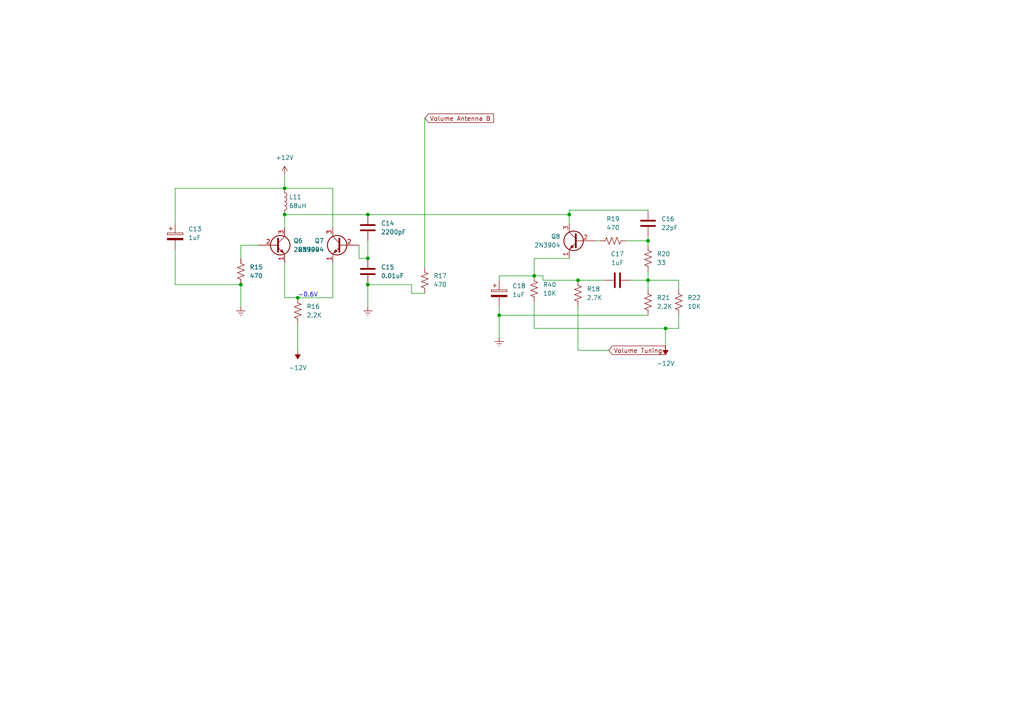
<source format=kicad_sch>
(kicad_sch (version 20230121) (generator eeschema)
  (paper "A4")
  (lib_symbols
    (symbol "Device:C" (pin_numbers hide) (pin_names (offset 0.254))
      (property "Reference" "C" (at 0.635 2.54 0))
      (property "Value" "C" (at 0.635 -2.54 0))
      (symbol "C_0_1"
        (polyline (pts (xy -2.032 -0.762) (xy 2.032 -0.762)) (stroke (width 0.508)))
        (polyline (pts (xy -2.032 0.762) (xy 2.032 0.762)) (stroke (width 0.508)))
      )
      (symbol "C_1_1"
        (pin passive line (at 0 3.81 270) (length 2.794) (name "~") (number "1"))
        (pin passive line (at 0 -3.81 90) (length 2.794) (name "~") (number "2"))
      )
    )
    (symbol "Device:C_Polarized" (pin_numbers hide) (pin_names (offset 0.254))
      (property "Reference" "C" (at 0.635 2.54 0))
      (property "Value" "C_Polarized" (at 0.635 -2.54 0))
      (symbol "C_Polarized_0_1"
        (rectangle (start -2.286 0.508) (end 2.286 1.016))
        (polyline (pts (xy -1.778 2.286) (xy -0.762 2.286)))
        (polyline (pts (xy -1.27 2.794) (xy -1.27 1.778)))
        (rectangle (start 2.286 -0.508) (end -2.286 -1.016) (fill (type outline)))
      )
      (symbol "C_Polarized_1_1"
        (pin passive line (at 0 3.81 270) (length 2.794) (name "~") (number "1"))
        (pin passive line (at 0 -3.81 90) (length 2.794) (name "~") (number "2"))
      )
    )
    (symbol "Device:L" (pin_numbers hide) (pin_names (offset 1.016) hide)
      (property "Reference" "L" (at -1.27 0 90))
      (property "Value" "L" (at 1.905 0 90))
      (symbol "L_0_1"
        (arc (start 0 -2.54) (mid 0.6323 -1.905) (end 0 -1.27))
        (arc (start 0 -1.27) (mid 0.6323 -0.635) (end 0 0))
        (arc (start 0 0) (mid 0.6323 0.635) (end 0 1.27))
        (arc (start 0 1.27) (mid 0.6323 1.905) (end 0 2.54))
      )
      (symbol "L_1_1"
        (pin passive line (at 0 3.81 270) (length 1.27) (name "1") (number "1"))
        (pin passive line (at 0 -3.81 90) (length 1.27) (name "2") (number "2"))
      )
    )
    (symbol "Device:R_US" (pin_numbers hide) (pin_names (offset 0))
      (property "Reference" "R" (at 2.54 0 90))
      (property "Value" "R_US" (at -2.54 0 90))
      (symbol "R_US_0_1"
        (polyline (pts (xy 0 -2.286) (xy 0 -2.54)))
        (polyline (pts (xy 0 2.286) (xy 0 2.54)))
        (polyline (pts (xy 0 -0.762) (xy 1.016 -1.143) (xy 0 -1.524) (xy -1.016 -1.905) (xy 0 -2.286)))
        (polyline (pts (xy 0 0.762) (xy 1.016 0.381) (xy 0 0) (xy -1.016 -0.381) (xy 0 -0.762)))
        (polyline (pts (xy 0 2.286) (xy 1.016 1.905) (xy 0 1.524) (xy -1.016 1.143) (xy 0 0.762)))
      )
      (symbol "R_US_1_1"
        (pin passive line (at 0 3.81 270) (length 1.27) (name "~") (number "1"))
        (pin passive line (at 0 -3.81 90) (length 1.27) (name "~") (number "2"))
      )
    )
    (symbol "Transistor_BJT:2N3904" (pin_names (offset 0) hide)
      (property "Reference" "Q" (at 5.08 1.905 0))
      (property "Value" "2N3904" (at 5.08 0 0))
      (symbol "2N3904_0_1"
        (polyline (pts (xy 0.635 0.635) (xy 2.54 2.54)))
        (polyline (pts (xy 0.635 -0.635) (xy 2.54 -2.54) (xy 2.54 -2.54)))
        (polyline (pts (xy 0.635 1.905) (xy 0.635 -1.905) (xy 0.635 -1.905)) (stroke (width 0.508)))
        (polyline (pts (xy 1.27 -1.778) (xy 1.778 -1.27) (xy 2.286 -2.286) (xy 1.27 -1.778) (xy 1.27 -1.778)) (fill (type outline)))
        (circle (center 1.27 0) (radius 2.8194) (stroke (width 0.254)))
      )
      (symbol "2N3904_1_1"
        (pin passive line (at 2.54 -5.08 90) (length 2.54) (name "E") (number "1"))
        (pin passive line (at -5.08 0 0) (length 5.715) (name "B") (number "2"))
        (pin passive line (at 2.54 5.08 270) (length 2.54) (name "C") (number "3"))
      )
    )
    (symbol "power:+12V" (power) (pin_names (offset 0))
      (property "Value" "+12V" (at 0 3.556 0))
      (symbol "+12V_0_1"
        (polyline (pts (xy -0.762 1.27) (xy 0 2.54)))
        (polyline (pts (xy 0 0) (xy 0 2.54)))
        (polyline (pts (xy 0 2.54) (xy 0.762 1.27)))
      )
      (symbol "+12V_1_1"
        (pin power_in line (at 0 0 90) (length 0) hide (name "+12V") (number "1"))
      )
    )
    (symbol "power:-12V" (power) (pin_names (offset 0))
      (property "Value" "-12V" (at 0 3.81 0))
      (symbol "-12V_0_0"
        (pin power_in line (at 0 0 90) (length 0) hide (name "-12V") (number "1"))
      )
      (symbol "-12V_0_1"
        (polyline (pts (xy 0 0) (xy 0 1.27) (xy 0.762 1.27) (xy 0 2.54) (xy -0.762 1.27) (xy 0 1.27)) (fill (type outline)))
      )
    )
    (symbol "power:Earth" (power) (pin_names (offset 0))
      (symbol "Earth_0_1"
        (polyline (pts (xy -0.635 -1.905) (xy 0.635 -1.905)))
        (polyline (pts (xy -0.127 -2.54) (xy 0.127 -2.54)))
        (polyline (pts (xy 0 -1.27) (xy 0 0)))
        (polyline (pts (xy 1.27 -1.27) (xy -1.27 -1.27)))
      )
      (symbol "Earth_1_1"
        (pin power_in line (at 0 0 270) (length 0) hide (name "Earth") (number "1"))
      )
    )
  )
  (junction (at 106.68 74.93))
  (junction (at 82.55 62.23))
  (junction (at 106.68 62.23))
  (junction (at 187.96 81.28))
  (junction (at 82.55 54.61))
  (junction (at 86.36 86.36))
  (junction (at 144.78 91.44))
  (junction (at 154.94 80.01))
  (junction (at 193.04 95.25))
  (junction (at 165.1 62.23))
  (junction (at 69.85 82.55))
  (junction (at 167.64 81.28))
  (junction (at 106.68 82.55))
  (junction (at 187.96 69.85))
  (wire (pts (xy 167.64 81.28) (xy 175.26 81.28)))
  (wire (pts (xy 106.68 82.55) (xy 119.38 82.55)))
  (wire (pts (xy 69.85 71.12) (xy 69.85 74.93)))
  (wire (pts (xy 165.1 62.23) (xy 165.1 64.77)))
  (wire (pts (xy 96.52 86.36) (xy 86.36 86.36)))
  (wire (pts (xy 96.52 76.2) (xy 96.52 86.36)))
  (wire (pts (xy 82.55 50.8) (xy 82.55 54.61)))
  (wire (pts (xy 165.1 60.96) (xy 165.1 62.23)))
  (wire (pts (xy 187.96 68.58) (xy 187.96 69.85)))
  (wire (pts (xy 50.8 54.61) (xy 82.55 54.61)))
  (wire (pts (xy 144.78 88.9) (xy 144.78 91.44)))
  (wire (pts (xy 106.68 62.23) (xy 165.1 62.23)))
  (wire (pts (xy 154.94 95.25) (xy 193.04 95.25)))
  (wire (pts (xy 86.36 93.98) (xy 86.36 101.6)))
  (wire (pts (xy 82.55 62.23) (xy 82.55 66.04)))
  (wire (pts (xy 50.8 82.55) (xy 69.85 82.55)))
  (wire (pts (xy 187.96 81.28) (xy 187.96 83.82)))
  (wire (pts (xy 154.94 74.93) (xy 165.1 74.93)))
  (wire (pts (xy 187.96 60.96) (xy 165.1 60.96)))
  (wire (pts (xy 50.8 72.39) (xy 50.8 82.55)))
  (wire (pts (xy 74.93 71.12) (xy 69.85 71.12)))
  (wire (pts (xy 172.72 69.85) (xy 173.99 69.85)))
  (wire (pts (xy 50.8 64.77) (xy 50.8 54.61)))
  (wire (pts (xy 123.19 77.47) (xy 123.19 34.29)))
  (wire (pts (xy 157.48 81.28) (xy 157.48 80.01)))
  (wire (pts (xy 167.64 101.6) (xy 176.53 101.6)))
  (wire (pts (xy 187.96 78.74) (xy 187.96 81.28)))
  (wire (pts (xy 167.64 88.9) (xy 167.64 101.6)))
  (wire (pts (xy 181.61 69.85) (xy 187.96 69.85)))
  (wire (pts (xy 193.04 100.33) (xy 193.04 95.25)))
  (wire (pts (xy 196.85 81.28) (xy 187.96 81.28)))
  (wire (pts (xy 196.85 81.28) (xy 196.85 83.82)))
  (wire (pts (xy 96.52 54.61) (xy 82.55 54.61)))
  (wire (pts (xy 82.55 86.36) (xy 86.36 86.36)))
  (wire (pts (xy 104.14 71.12) (xy 104.14 74.93)))
  (wire (pts (xy 196.85 91.44) (xy 196.85 95.25)))
  (wire (pts (xy 196.85 95.25) (xy 193.04 95.25)))
  (wire (pts (xy 167.64 81.28) (xy 157.48 81.28)))
  (wire (pts (xy 82.55 76.2) (xy 82.55 86.36)))
  (wire (pts (xy 144.78 81.28) (xy 144.78 80.01)))
  (wire (pts (xy 69.85 82.55) (xy 69.85 88.9)))
  (wire (pts (xy 104.14 74.93) (xy 106.68 74.93)))
  (wire (pts (xy 187.96 69.85) (xy 187.96 71.12)))
  (wire (pts (xy 119.38 82.55) (xy 119.38 85.09)))
  (wire (pts (xy 106.68 88.9) (xy 106.68 82.55)))
  (wire (pts (xy 106.68 69.85) (xy 106.68 74.93)))
  (wire (pts (xy 154.94 80.01) (xy 154.94 74.93)))
  (wire (pts (xy 144.78 80.01) (xy 154.94 80.01)))
  (wire (pts (xy 96.52 66.04) (xy 96.52 54.61)))
  (wire (pts (xy 82.55 62.23) (xy 106.68 62.23)))
  (wire (pts (xy 119.38 85.09) (xy 123.19 85.09)))
  (wire (pts (xy 144.78 91.44) (xy 144.78 97.79)))
  (wire (pts (xy 144.78 91.44) (xy 187.96 91.44)))
  (wire (pts (xy 182.88 81.28) (xy 187.96 81.28)))
  (wire (pts (xy 154.94 87.63) (xy 154.94 95.25)))
  (wire (pts (xy 157.48 80.01) (xy 154.94 80.01)))
  (text "-0.6V" (at 86.36 86.36 0) (effects (font (size 1.27 1.27)) (justify left bottom)))
  (global_label "Volume Antenna B" (shape input) (at 123.19 34.29 0) (property "Intersheetrefs" "${INTERSHEET_REFS}" (effects hide)))
  (global_label "Volume Tuning" (shape input) (at 176.53 101.6 0) (property "Intersheetrefs" "${INTERSHEET_REFS}" (effects hide)))
  (symbol (lib_id "Device:L") (at 82.55 58.42 0) (unit 1)
    (property "Reference" "L11" (at 83.82 57.15 0) (effects (justify left)))
    (property "Value" "68uH" (at 83.82 59.69 0) (effects (justify left)))
    (property "Footprint" "Inductor_THT:L_Axial_L7.0mm_D3.3mm_P12.70mm_Horizontal_Fastron_MICC" (effects hide))
  )
  (symbol (lib_id "Transistor_BJT:2N3904") (at 167.64 69.85 0) (mirror y) (unit 1)
    (property "Reference" "Q8" (at 162.56 68.58 0) (effects (justify left)))
    (property "Value" "2N3904" (at 162.56 71.12 0) (effects (justify left)))
    (property "Footprint" "Package_TO_SOT_THT:TO-92_Inline" (effects hide))
    (property "Datasheet" "https://www.onsemi.com/pub/Collateral/2N3903-D.PDF" (effects hide))
  )
  (symbol (lib_id "power:Earth") (at 106.68 88.9 0) (unit 1)
    (property "Reference" "#PWR015" (effects hide))
    (property "Value" "Earth" (effects hide))
  )
  (symbol (lib_id "Transistor_BJT:2N3904") (at 99.06 71.12 0) (mirror y) (unit 1)
    (property "Reference" "Q7" (at 93.98 69.85 0) (effects (justify left)))
    (property "Value" "2N3904" (at 93.98 72.39 0) (effects (justify left)))
    (property "Footprint" "Package_TO_SOT_THT:TO-92_Inline" (effects hide))
    (property "Datasheet" "https://www.onsemi.com/pub/Collateral/2N3903-D.PDF" (effects hide))
  )
  (symbol (lib_id "Device:C") (at 106.68 78.74 0) (unit 1)
    (property "Reference" "C15" (at 110.49 77.47 0) (effects (justify left)))
    (property "Value" "0.01uF" (at 110.49 80.01 0) (effects (justify left)))
    (property "Footprint" "Capacitor_THT:C_Disc_D11.0mm_W5.0mm_P7.50mm" (effects hide))
  )
  (symbol (lib_id "Device:R_US") (at 167.64 85.09 0) (unit 1)
    (property "Reference" "R18" (at 170.18 83.82 0) (effects (justify left)))
    (property "Value" "2.7K" (at 170.18 86.36 0) (effects (justify left)))
    (property "Footprint" "Resistor_THT:R_Axial_DIN0207_L6.3mm_D2.5mm_P10.16mm_Horizontal" (effects hide))
  )
  (symbol (lib_id "Device:R_US") (at 187.96 87.63 180) (unit 1)
    (property "Reference" "R21" (at 190.5 86.36 0) (effects (justify right)))
    (property "Value" "2.2K" (at 190.5 88.9 0) (effects (justify right)))
    (property "Footprint" "Resistor_THT:R_Axial_DIN0207_L6.3mm_D2.5mm_P10.16mm_Horizontal" (effects hide))
  )
  (symbol (lib_id "Device:R_US") (at 177.8 69.85 90) (unit 1)
    (property "Reference" "R19" (at 177.8 63.5 90))
    (property "Value" "470" (at 177.8 66.04 90))
    (property "Footprint" "Resistor_THT:R_Axial_DIN0207_L6.3mm_D2.5mm_P10.16mm_Horizontal" (effects hide))
  )
  (symbol (lib_id "power:-12V") (at 193.04 100.33 180) (unit 1)
    (property "Reference" "#PWR018" (effects hide))
    (property "Value" "-12V" (at 193.04 105.41 0))
  )
  (symbol (lib_id "Device:R_US") (at 86.36 90.17 0) (unit 1)
    (property "Reference" "R16" (at 88.9 88.9 0) (effects (justify left)))
    (property "Value" "2.2K" (at 88.9 91.44 0) (effects (justify left)))
    (property "Footprint" "Resistor_THT:R_Axial_DIN0207_L6.3mm_D2.5mm_P10.16mm_Horizontal" (effects hide))
  )
  (symbol (lib_id "Device:R_US") (at 123.19 81.28 0) (unit 1)
    (property "Reference" "R17" (at 125.73 80.01 0) (effects (justify left)))
    (property "Value" "470" (at 125.73 82.55 0) (effects (justify left)))
    (property "Footprint" "Resistor_THT:R_Axial_DIN0207_L6.3mm_D2.5mm_P10.16mm_Horizontal" (effects hide))
  )
  (symbol (lib_id "Device:C") (at 187.96 64.77 0) (unit 1)
    (property "Reference" "C16" (at 191.77 63.5 0) (effects (justify left)))
    (property "Value" "22pF" (at 191.77 66.04 0) (effects (justify left)))
    (property "Footprint" "Capacitor_THT:C_Disc_D11.0mm_W5.0mm_P7.50mm" (effects hide))
  )
  (symbol (lib_id "Device:C") (at 106.68 66.04 0) (unit 1)
    (property "Reference" "C14" (at 110.49 64.77 0) (effects (justify left)))
    (property "Value" "2200pF" (at 110.49 67.31 0) (effects (justify left)))
    (property "Footprint" "Capacitor_THT:C_Disc_D11.0mm_W5.0mm_P7.50mm" (effects hide))
  )
  (symbol (lib_id "power:Earth") (at 144.78 97.79 0) (unit 1)
    (property "Reference" "#PWR016" (effects hide))
    (property "Value" "Earth" (effects hide))
  )
  (symbol (lib_id "Transistor_BJT:2N3904") (at 80.01 71.12 0) (unit 1)
    (property "Reference" "Q6" (at 85.09 69.85 0) (effects (justify left)))
    (property "Value" "2N3904" (at 85.09 72.39 0) (effects (justify left)))
    (property "Footprint" "Package_TO_SOT_THT:TO-92_Inline" (effects hide))
    (property "Datasheet" "https://www.onsemi.com/pub/Collateral/2N3903-D.PDF" (effects hide))
  )
  (symbol (lib_id "power:-12V") (at 86.36 101.6 180) (unit 1)
    (property "Reference" "#PWR017" (effects hide))
    (property "Value" "-12V" (at 86.36 106.68 0))
  )
  (symbol (lib_id "Device:R_US") (at 154.94 83.82 0) (unit 1)
    (property "Reference" "R40" (at 157.48 82.55 0) (effects (justify left)))
    (property "Value" "10K" (at 157.48 85.09 0) (effects (justify left)))
    (property "Footprint" "Resistor_THT:R_Axial_DIN0207_L6.3mm_D2.5mm_P10.16mm_Horizontal" (effects hide))
  )
  (symbol (lib_id "Device:C") (at 179.07 81.28 90) (unit 1)
    (property "Reference" "C17" (at 179.07 73.66 90))
    (property "Value" "1uF" (at 179.07 76.2 90))
    (property "Footprint" "Capacitor_THT:CP_Radial_D10.0mm_P3.80mm" (effects hide))
  )
  (symbol (lib_id "Device:C_Polarized") (at 50.8 68.58 0) (unit 1)
    (property "Reference" "C13" (at 54.61 66.421 0) (effects (justify left)))
    (property "Value" "1uF" (at 54.61 68.961 0) (effects (justify left)))
    (property "Footprint" "Capacitor_THT:CP_Radial_D10.0mm_P3.80mm" (effects hide))
  )
  (symbol (lib_id "Device:R_US") (at 196.85 87.63 180) (unit 1)
    (property "Reference" "R22" (at 199.39 86.36 0) (effects (justify right)))
    (property "Value" "10K" (at 199.39 88.9 0) (effects (justify right)))
    (property "Footprint" "Resistor_THT:R_Axial_DIN0207_L6.3mm_D2.5mm_P10.16mm_Horizontal" (effects hide))
  )
  (symbol (lib_id "power:+12V") (at 82.55 50.8 0) (unit 1)
    (property "Reference" "#PWR013" (effects hide))
    (property "Value" "+12V" (at 82.55 45.72 0))
  )
  (symbol (lib_id "Device:R_US") (at 187.96 74.93 180) (unit 1)
    (property "Reference" "R20" (at 190.5 73.66 0) (effects (justify right)))
    (property "Value" "33" (at 190.5 76.2 0) (effects (justify right)))
    (property "Footprint" "Resistor_THT:R_Axial_DIN0207_L6.3mm_D2.5mm_P10.16mm_Horizontal" (effects hide))
  )
  (symbol (lib_id "Device:R_US") (at 69.85 78.74 0) (unit 1)
    (property "Reference" "R15" (at 72.39 77.47 0) (effects (justify left)))
    (property "Value" "470" (at 72.39 80.01 0) (effects (justify left)))
    (property "Footprint" "Resistor_THT:R_Axial_DIN0207_L6.3mm_D2.5mm_P10.16mm_Horizontal" (effects hide))
  )
  (symbol (lib_id "power:Earth") (at 69.85 88.9 0) (unit 1)
    (property "Reference" "#PWR014" (effects hide))
    (property "Value" "Earth" (effects hide))
  )
  (symbol (lib_id "Device:C_Polarized") (at 144.78 85.09 0) (unit 1)
    (property "Reference" "C18" (at 148.59 82.931 0) (effects (justify left)))
    (property "Value" "1uF" (at 148.59 85.471 0) (effects (justify left)))
    (property "Footprint" "Capacitor_THT:CP_Radial_D10.0mm_P3.80mm" (effects hide))
  )
)
</source>
